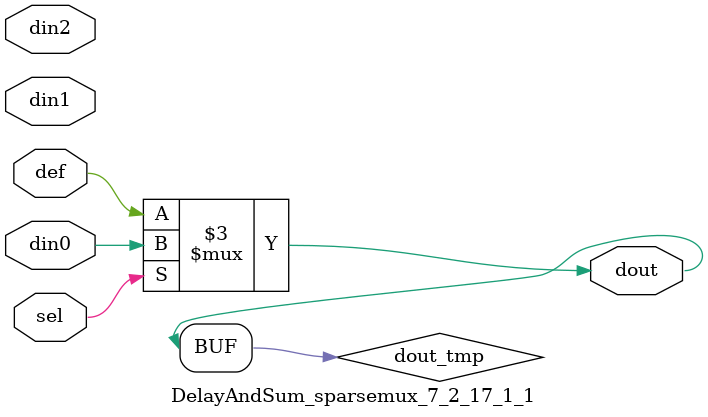
<source format=v>
`timescale 1ns / 1ps

module DelayAndSum_sparsemux_7_2_17_1_1 (din0,din1,din2,def,sel,dout);

parameter din0_WIDTH = 1;

parameter din1_WIDTH = 1;

parameter din2_WIDTH = 1;

parameter def_WIDTH = 1;
parameter sel_WIDTH = 1;
parameter dout_WIDTH = 1;

parameter [sel_WIDTH-1:0] CASE0 = 1;

parameter [sel_WIDTH-1:0] CASE1 = 1;

parameter [sel_WIDTH-1:0] CASE2 = 1;

parameter ID = 1;
parameter NUM_STAGE = 1;



input [din0_WIDTH-1:0] din0;

input [din1_WIDTH-1:0] din1;

input [din2_WIDTH-1:0] din2;

input [def_WIDTH-1:0] def;
input [sel_WIDTH-1:0] sel;

output [dout_WIDTH-1:0] dout;



reg [dout_WIDTH-1:0] dout_tmp;


always @ (*) begin
(* parallel_case *) case (sel)
    
    CASE0 : dout_tmp = din0;
    
    CASE1 : dout_tmp = din1;
    
    CASE2 : dout_tmp = din2;
    
    default : dout_tmp = def;
endcase
end


assign dout = dout_tmp;



endmodule

</source>
